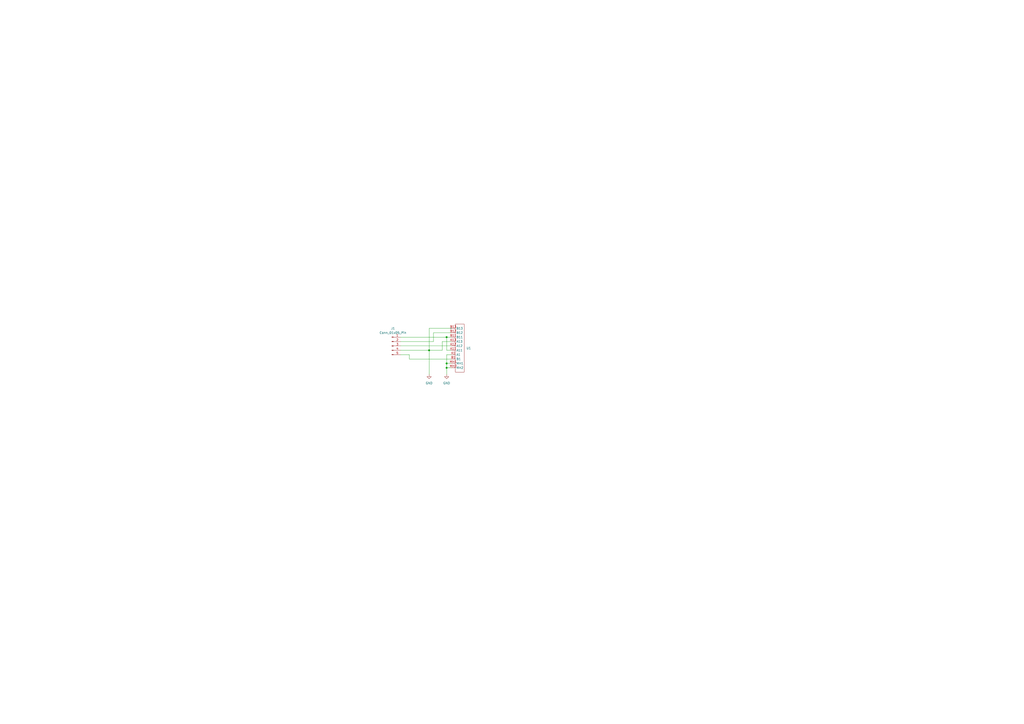
<source format=kicad_sch>
(kicad_sch (version 20230121) (generator eeschema)
  (paper "A2")
  (lib_symbols
    (symbol "Connector:Conn_01x05_Pin" (pin_names (offset 1.016) hide)
      (property "Reference" "J" (at 0 7.62 0))
      (property "Value" "Conn_01x05_Pin" (at 0 -7.62 0))
      (symbol "Conn_01x05_Pin_1_1"
        (polyline (pts (xy 1.27 -5.08) (xy 0.8636 -5.08)) (stroke (width 0.1524)))
        (polyline (pts (xy 1.27 -2.54) (xy 0.8636 -2.54)) (stroke (width 0.1524)))
        (polyline (pts (xy 1.27 0) (xy 0.8636 0)) (stroke (width 0.1524)))
        (polyline (pts (xy 1.27 2.54) (xy 0.8636 2.54)) (stroke (width 0.1524)))
        (polyline (pts (xy 1.27 5.08) (xy 0.8636 5.08)) (stroke (width 0.1524)))
        (rectangle (start 0.8636 -4.953) (end 0 -5.207) (stroke (width 0.1524)) (fill (type outline)))
        (rectangle (start 0.8636 -2.413) (end 0 -2.667) (stroke (width 0.1524)) (fill (type outline)))
        (rectangle (start 0.8636 0.127) (end 0 -0.127) (stroke (width 0.1524)) (fill (type outline)))
        (rectangle (start 0.8636 2.667) (end 0 2.413) (stroke (width 0.1524)) (fill (type outline)))
        (rectangle (start 0.8636 5.207) (end 0 4.953) (stroke (width 0.1524)) (fill (type outline)))
        (pin passive line (at 5.08 5.08 180) (length 3.81) (name "Pin_1") (number "1"))
        (pin passive line (at 5.08 2.54 180) (length 3.81) (name "Pin_2") (number "2"))
        (pin passive line (at 5.08 0 180) (length 3.81) (name "Pin_3") (number "3"))
        (pin passive line (at 5.08 -2.54 180) (length 3.81) (name "Pin_4") (number "4"))
        (pin passive line (at 5.08 -5.08 180) (length 3.81) (name "Pin_5") (number "5"))
      )
    )
    (symbol "ProControllerX:StickBox"
      (property "Reference" "U" (at 2.54 2.54 0))
      (symbol "StickBox_0_1"
        (rectangle (start 0 2.54) (end 5.08 -25.4))
      )
      (symbol "StickBox_1_1"
        (pin input line (at -2.54 -15.24 0) (length 2.54) (name "A1") (number "A1"))
        (pin input line (at -2.54 -12.7 0) (length 2.54) (name "A11") (number "A11"))
        (pin input line (at -2.54 -10.16 0) (length 2.54) (name "A12") (number "A12"))
        (pin input line (at -2.54 -7.62 0) (length 2.54) (name "A13") (number "A13"))
        (pin input line (at -2.54 -17.78 0) (length 2.54) (name "B1") (number "B1"))
        (pin input line (at -2.54 -5.08 0) (length 2.54) (name "B11") (number "B11"))
        (pin input line (at -2.54 -2.54 0) (length 2.54) (name "B12") (number "B12"))
        (pin input line (at -2.54 0 0) (length 2.54) (name "B13") (number "B13"))
        (pin input line (at -2.54 -20.32 0) (length 2.54) (name "MH1") (number "MH1"))
        (pin input line (at -2.54 -22.86 0) (length 2.54) (name "MH2") (number "MH2"))
      )
    )
    (symbol "power:GND" (power) (pin_names (offset 0))
      (property "Value" "GND" (at 0 -3.81 0))
      (symbol "GND_0_1"
        (polyline (pts (xy 0 0) (xy 0 -1.27) (xy 1.27 -1.27) (xy 0 -2.54) (xy -1.27 -1.27) (xy 0 -1.27)))
      )
      (symbol "GND_1_1"
        (pin power_in line (at 0 0 270) (length 0) hide (name "GND") (number "1"))
      )
    )
  )
  (junction (at 259.08 195.58))
  (junction (at 248.92 203.2))
  (junction (at 259.08 213.36))
  (junction (at 259.08 210.82))
  (wire (pts (xy 232.41 198.12) (xy 251.46 198.12)))
  (wire (pts (xy 232.41 205.74) (xy 237.49 205.74)))
  (wire (pts (xy 261.62 198.12) (xy 256.54 198.12)))
  (wire (pts (xy 259.08 210.82) (xy 259.08 213.36)))
  (wire (pts (xy 259.08 217.17) (xy 259.08 213.36)))
  (wire (pts (xy 259.08 195.58) (xy 261.62 195.58)))
  (wire (pts (xy 261.62 208.28) (xy 237.49 208.28)))
  (wire (pts (xy 251.46 193.04) (xy 251.46 198.12)))
  (wire (pts (xy 232.41 200.66) (xy 261.62 200.66)))
  (wire (pts (xy 248.92 203.2) (xy 248.92 217.17)))
  (wire (pts (xy 248.92 190.5) (xy 261.62 190.5)))
  (wire (pts (xy 259.08 213.36) (xy 261.62 213.36)))
  (wire (pts (xy 261.62 203.2) (xy 259.08 203.2)))
  (wire (pts (xy 261.62 193.04) (xy 251.46 193.04)))
  (wire (pts (xy 232.41 203.2) (xy 248.92 203.2)))
  (wire (pts (xy 261.62 205.74) (xy 259.08 205.74)))
  (wire (pts (xy 259.08 203.2) (xy 259.08 195.58)))
  (wire (pts (xy 256.54 203.2) (xy 248.92 203.2)))
  (wire (pts (xy 232.41 195.58) (xy 259.08 195.58)))
  (wire (pts (xy 259.08 205.74) (xy 259.08 210.82)))
  (wire (pts (xy 261.62 210.82) (xy 259.08 210.82)))
  (wire (pts (xy 256.54 198.12) (xy 256.54 203.2)))
  (wire (pts (xy 237.49 208.28) (xy 237.49 205.74)))
  (wire (pts (xy 248.92 203.2) (xy 248.92 190.5)))
  (symbol (lib_id "ProControllerX:StickBox") (at 264.16 190.5 0) (unit 1)
    (property "Reference" "U1" (at 270.51 201.93 0) (effects (justify left)))
    (property "Value" "~" (at 261.62 190.5 0))
    (property "Footprint" "ProControllerX:RJoystick" (effects hide))
  )
  (symbol (lib_id "power:GND") (at 248.92 217.17 0) (unit 1)
    (property "Reference" "#PWR02" (effects hide))
    (property "Value" "GND" (at 248.92 222.25 0))
  )
  (symbol (lib_id "power:GND") (at 259.08 217.17 0) (unit 1)
    (property "Reference" "#PWR01" (effects hide))
    (property "Value" "GND" (at 259.08 222.25 0))
  )
  (symbol (lib_id "Connector:Conn_01x05_Pin") (at 227.33 200.66 0) (unit 1)
    (property "Reference" "J1" (at 227.965 190.5 0))
    (property "Value" "Conn_01x05_Pin" (at 227.965 193.04 0))
    (property "Footprint" "Connector_PinHeader_2.54mm:PinHeader_1x05_P2.54mm_Horizontal" (effects hide))
  )
)
</source>
